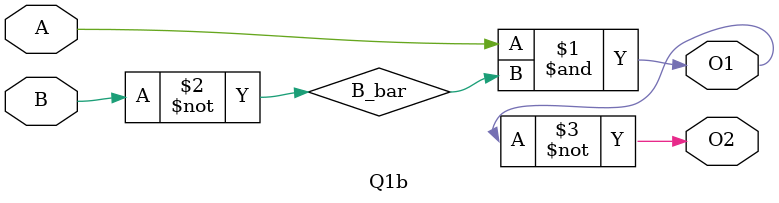
<source format=v>

module Q1b (A, B, O1, O2);

input A, B;
output O1, O2;

wire B_bar;

not not1(B_bar, B);

and and1(O1, A, B_bar);

not not2(O2, O1);

endmodule

</source>
